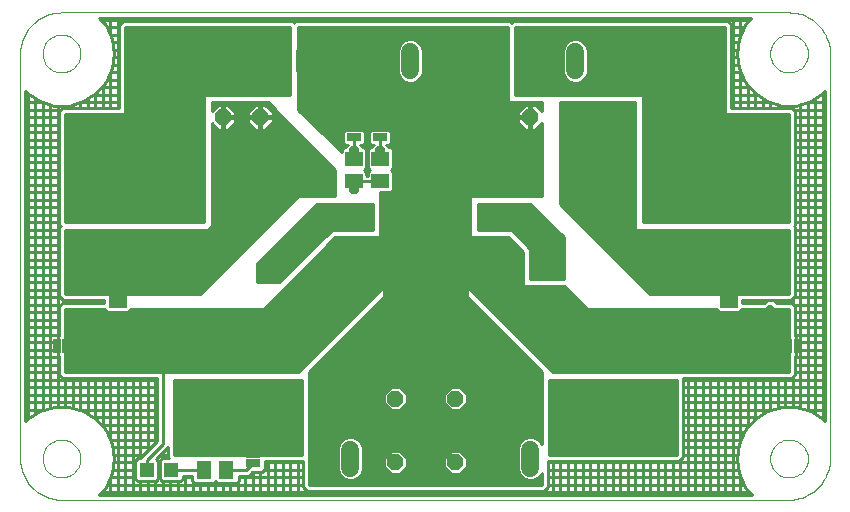
<source format=gtl>
G75*
G70*
%OFA0B0*%
%FSLAX24Y24*%
%IPPOS*%
%LPD*%
%AMOC8*
5,1,8,0,0,1.08239X$1,22.5*
%
%ADD10C,0.0000*%
%ADD11OC8,0.0520*%
%ADD12R,0.0591X0.0512*%
%ADD13R,0.0500X0.0250*%
%ADD14OC8,0.0400*%
%ADD15C,0.0515*%
%ADD16R,0.0630X0.1575*%
%ADD17C,0.0600*%
%ADD18R,0.0250X0.0500*%
%ADD19R,0.0512X0.0591*%
%ADD20R,0.0472X0.0472*%
%ADD21C,0.0100*%
%ADD22OC8,0.0357*%
%ADD23OC8,0.0278*%
D10*
X002775Y004125D02*
X027017Y004125D01*
X027089Y004127D01*
X027161Y004133D01*
X027232Y004142D01*
X027303Y004155D01*
X027373Y004172D01*
X027442Y004192D01*
X027510Y004216D01*
X027576Y004244D01*
X027641Y004275D01*
X027705Y004309D01*
X027766Y004347D01*
X027825Y004388D01*
X027882Y004431D01*
X027937Y004478D01*
X027989Y004528D01*
X028039Y004580D01*
X028086Y004635D01*
X028129Y004692D01*
X028170Y004751D01*
X028208Y004813D01*
X028242Y004876D01*
X028273Y004941D01*
X028301Y005007D01*
X028325Y005075D01*
X028345Y005144D01*
X028362Y005214D01*
X028375Y005285D01*
X028384Y005356D01*
X028390Y005428D01*
X028392Y005500D01*
X028392Y018995D01*
X026395Y019000D02*
X026397Y019050D01*
X026403Y019100D01*
X026413Y019149D01*
X026427Y019197D01*
X026444Y019244D01*
X026465Y019289D01*
X026490Y019333D01*
X026518Y019374D01*
X026550Y019413D01*
X026584Y019450D01*
X026621Y019484D01*
X026661Y019514D01*
X026703Y019541D01*
X026747Y019565D01*
X026793Y019586D01*
X026840Y019602D01*
X026888Y019615D01*
X026938Y019624D01*
X026987Y019629D01*
X027038Y019630D01*
X027088Y019627D01*
X027137Y019620D01*
X027186Y019609D01*
X027234Y019594D01*
X027280Y019576D01*
X027325Y019554D01*
X027368Y019528D01*
X027409Y019499D01*
X027448Y019467D01*
X027484Y019432D01*
X027516Y019394D01*
X027546Y019354D01*
X027573Y019311D01*
X027596Y019267D01*
X027615Y019221D01*
X027631Y019173D01*
X027643Y019124D01*
X027651Y019075D01*
X027655Y019025D01*
X027655Y018975D01*
X027651Y018925D01*
X027643Y018876D01*
X027631Y018827D01*
X027615Y018779D01*
X027596Y018733D01*
X027573Y018689D01*
X027546Y018646D01*
X027516Y018606D01*
X027484Y018568D01*
X027448Y018533D01*
X027409Y018501D01*
X027368Y018472D01*
X027325Y018446D01*
X027280Y018424D01*
X027234Y018406D01*
X027186Y018391D01*
X027137Y018380D01*
X027088Y018373D01*
X027038Y018370D01*
X026987Y018371D01*
X026938Y018376D01*
X026888Y018385D01*
X026840Y018398D01*
X026793Y018414D01*
X026747Y018435D01*
X026703Y018459D01*
X026661Y018486D01*
X026621Y018516D01*
X026584Y018550D01*
X026550Y018587D01*
X026518Y018626D01*
X026490Y018667D01*
X026465Y018711D01*
X026444Y018756D01*
X026427Y018803D01*
X026413Y018851D01*
X026403Y018900D01*
X026397Y018950D01*
X026395Y019000D01*
X027017Y020370D02*
X027089Y020368D01*
X027161Y020362D01*
X027232Y020353D01*
X027303Y020340D01*
X027373Y020323D01*
X027442Y020303D01*
X027510Y020279D01*
X027576Y020251D01*
X027641Y020220D01*
X027705Y020186D01*
X027766Y020148D01*
X027825Y020107D01*
X027882Y020064D01*
X027937Y020017D01*
X027989Y019967D01*
X028039Y019915D01*
X028086Y019860D01*
X028129Y019803D01*
X028170Y019744D01*
X028208Y019683D01*
X028242Y019619D01*
X028273Y019554D01*
X028301Y019488D01*
X028325Y019420D01*
X028345Y019351D01*
X028362Y019281D01*
X028375Y019210D01*
X028384Y019139D01*
X028390Y019067D01*
X028392Y018995D01*
X027017Y020370D02*
X002775Y020370D01*
X002145Y019000D02*
X002147Y019050D01*
X002153Y019100D01*
X002163Y019149D01*
X002177Y019197D01*
X002194Y019244D01*
X002215Y019289D01*
X002240Y019333D01*
X002268Y019374D01*
X002300Y019413D01*
X002334Y019450D01*
X002371Y019484D01*
X002411Y019514D01*
X002453Y019541D01*
X002497Y019565D01*
X002543Y019586D01*
X002590Y019602D01*
X002638Y019615D01*
X002688Y019624D01*
X002737Y019629D01*
X002788Y019630D01*
X002838Y019627D01*
X002887Y019620D01*
X002936Y019609D01*
X002984Y019594D01*
X003030Y019576D01*
X003075Y019554D01*
X003118Y019528D01*
X003159Y019499D01*
X003198Y019467D01*
X003234Y019432D01*
X003266Y019394D01*
X003296Y019354D01*
X003323Y019311D01*
X003346Y019267D01*
X003365Y019221D01*
X003381Y019173D01*
X003393Y019124D01*
X003401Y019075D01*
X003405Y019025D01*
X003405Y018975D01*
X003401Y018925D01*
X003393Y018876D01*
X003381Y018827D01*
X003365Y018779D01*
X003346Y018733D01*
X003323Y018689D01*
X003296Y018646D01*
X003266Y018606D01*
X003234Y018568D01*
X003198Y018533D01*
X003159Y018501D01*
X003118Y018472D01*
X003075Y018446D01*
X003030Y018424D01*
X002984Y018406D01*
X002936Y018391D01*
X002887Y018380D01*
X002838Y018373D01*
X002788Y018370D01*
X002737Y018371D01*
X002688Y018376D01*
X002638Y018385D01*
X002590Y018398D01*
X002543Y018414D01*
X002497Y018435D01*
X002453Y018459D01*
X002411Y018486D01*
X002371Y018516D01*
X002334Y018550D01*
X002300Y018587D01*
X002268Y018626D01*
X002240Y018667D01*
X002215Y018711D01*
X002194Y018756D01*
X002177Y018803D01*
X002163Y018851D01*
X002153Y018900D01*
X002147Y018950D01*
X002145Y019000D01*
X001400Y018995D02*
X001402Y019067D01*
X001408Y019139D01*
X001417Y019210D01*
X001430Y019281D01*
X001447Y019351D01*
X001467Y019420D01*
X001491Y019488D01*
X001519Y019554D01*
X001550Y019619D01*
X001584Y019683D01*
X001622Y019744D01*
X001663Y019803D01*
X001706Y019860D01*
X001753Y019915D01*
X001803Y019967D01*
X001855Y020017D01*
X001910Y020064D01*
X001967Y020107D01*
X002026Y020148D01*
X002087Y020186D01*
X002151Y020220D01*
X002216Y020251D01*
X002282Y020279D01*
X002350Y020303D01*
X002419Y020323D01*
X002489Y020340D01*
X002560Y020353D01*
X002631Y020362D01*
X002703Y020368D01*
X002775Y020370D01*
X001400Y018995D02*
X001400Y005500D01*
X002145Y005500D02*
X002147Y005550D01*
X002153Y005600D01*
X002163Y005649D01*
X002177Y005697D01*
X002194Y005744D01*
X002215Y005789D01*
X002240Y005833D01*
X002268Y005874D01*
X002300Y005913D01*
X002334Y005950D01*
X002371Y005984D01*
X002411Y006014D01*
X002453Y006041D01*
X002497Y006065D01*
X002543Y006086D01*
X002590Y006102D01*
X002638Y006115D01*
X002688Y006124D01*
X002737Y006129D01*
X002788Y006130D01*
X002838Y006127D01*
X002887Y006120D01*
X002936Y006109D01*
X002984Y006094D01*
X003030Y006076D01*
X003075Y006054D01*
X003118Y006028D01*
X003159Y005999D01*
X003198Y005967D01*
X003234Y005932D01*
X003266Y005894D01*
X003296Y005854D01*
X003323Y005811D01*
X003346Y005767D01*
X003365Y005721D01*
X003381Y005673D01*
X003393Y005624D01*
X003401Y005575D01*
X003405Y005525D01*
X003405Y005475D01*
X003401Y005425D01*
X003393Y005376D01*
X003381Y005327D01*
X003365Y005279D01*
X003346Y005233D01*
X003323Y005189D01*
X003296Y005146D01*
X003266Y005106D01*
X003234Y005068D01*
X003198Y005033D01*
X003159Y005001D01*
X003118Y004972D01*
X003075Y004946D01*
X003030Y004924D01*
X002984Y004906D01*
X002936Y004891D01*
X002887Y004880D01*
X002838Y004873D01*
X002788Y004870D01*
X002737Y004871D01*
X002688Y004876D01*
X002638Y004885D01*
X002590Y004898D01*
X002543Y004914D01*
X002497Y004935D01*
X002453Y004959D01*
X002411Y004986D01*
X002371Y005016D01*
X002334Y005050D01*
X002300Y005087D01*
X002268Y005126D01*
X002240Y005167D01*
X002215Y005211D01*
X002194Y005256D01*
X002177Y005303D01*
X002163Y005351D01*
X002153Y005400D01*
X002147Y005450D01*
X002145Y005500D01*
X001400Y005500D02*
X001402Y005428D01*
X001408Y005356D01*
X001417Y005285D01*
X001430Y005214D01*
X001447Y005144D01*
X001467Y005075D01*
X001491Y005007D01*
X001519Y004941D01*
X001550Y004876D01*
X001584Y004813D01*
X001622Y004751D01*
X001663Y004692D01*
X001706Y004635D01*
X001753Y004580D01*
X001803Y004528D01*
X001855Y004478D01*
X001910Y004431D01*
X001967Y004388D01*
X002026Y004347D01*
X002087Y004309D01*
X002151Y004275D01*
X002216Y004244D01*
X002282Y004216D01*
X002350Y004192D01*
X002419Y004172D01*
X002489Y004155D01*
X002560Y004142D01*
X002631Y004133D01*
X002703Y004127D01*
X002775Y004125D01*
X026395Y005500D02*
X026397Y005550D01*
X026403Y005600D01*
X026413Y005649D01*
X026427Y005697D01*
X026444Y005744D01*
X026465Y005789D01*
X026490Y005833D01*
X026518Y005874D01*
X026550Y005913D01*
X026584Y005950D01*
X026621Y005984D01*
X026661Y006014D01*
X026703Y006041D01*
X026747Y006065D01*
X026793Y006086D01*
X026840Y006102D01*
X026888Y006115D01*
X026938Y006124D01*
X026987Y006129D01*
X027038Y006130D01*
X027088Y006127D01*
X027137Y006120D01*
X027186Y006109D01*
X027234Y006094D01*
X027280Y006076D01*
X027325Y006054D01*
X027368Y006028D01*
X027409Y005999D01*
X027448Y005967D01*
X027484Y005932D01*
X027516Y005894D01*
X027546Y005854D01*
X027573Y005811D01*
X027596Y005767D01*
X027615Y005721D01*
X027631Y005673D01*
X027643Y005624D01*
X027651Y005575D01*
X027655Y005525D01*
X027655Y005475D01*
X027651Y005425D01*
X027643Y005376D01*
X027631Y005327D01*
X027615Y005279D01*
X027596Y005233D01*
X027573Y005189D01*
X027546Y005146D01*
X027516Y005106D01*
X027484Y005068D01*
X027448Y005033D01*
X027409Y005001D01*
X027368Y004972D01*
X027325Y004946D01*
X027280Y004924D01*
X027234Y004906D01*
X027186Y004891D01*
X027137Y004880D01*
X027088Y004873D01*
X027038Y004870D01*
X026987Y004871D01*
X026938Y004876D01*
X026888Y004885D01*
X026840Y004898D01*
X026793Y004914D01*
X026747Y004935D01*
X026703Y004959D01*
X026661Y004986D01*
X026621Y005016D01*
X026584Y005050D01*
X026550Y005087D01*
X026518Y005126D01*
X026490Y005167D01*
X026465Y005211D01*
X026444Y005256D01*
X026427Y005303D01*
X026413Y005351D01*
X026403Y005400D01*
X026397Y005450D01*
X026395Y005500D01*
D11*
X015900Y005375D03*
X013900Y005375D03*
X013900Y007500D03*
X015900Y007500D03*
X018400Y016875D03*
X020400Y016875D03*
X021525Y016875D03*
X023525Y016875D03*
X011400Y016875D03*
X009400Y016875D03*
X008150Y016875D03*
X006150Y016875D03*
D12*
X012525Y015499D03*
X012525Y014751D03*
X013400Y014751D03*
X013400Y015499D03*
X004650Y010749D03*
X004650Y010001D03*
X025025Y010001D03*
X025025Y010749D03*
D13*
X013400Y016213D03*
X013400Y016537D03*
X012525Y016537D03*
X012525Y016213D03*
X009150Y005662D03*
X009150Y005338D03*
D14*
X014156Y011363D03*
X014668Y011375D03*
X015180Y011387D03*
X015680Y011363D03*
X015680Y011875D03*
X015168Y011863D03*
X014668Y011887D03*
X014156Y011875D03*
D15*
X011069Y014503D03*
X009691Y011747D03*
X018691Y011747D03*
X020069Y014503D03*
D16*
X022900Y014523D03*
X022900Y011727D03*
X022900Y009523D03*
X019400Y009523D03*
X019400Y006727D03*
X022900Y006727D03*
X026400Y011727D03*
X026400Y014523D03*
X010400Y009523D03*
X010400Y006727D03*
X006900Y006727D03*
X006900Y009523D03*
X006900Y011727D03*
X006900Y014523D03*
X003400Y014523D03*
X003400Y011727D03*
D17*
X011400Y005800D02*
X011400Y005200D01*
X012400Y005200D02*
X012400Y005800D01*
X017400Y005800D02*
X017400Y005200D01*
X018400Y005200D02*
X018400Y005800D01*
X018900Y018450D02*
X018900Y019050D01*
X019900Y019050D02*
X019900Y018450D01*
X015400Y018450D02*
X015400Y019050D01*
X014400Y019050D02*
X014400Y018450D01*
X010900Y018450D02*
X010900Y019050D01*
X009900Y019050D02*
X009900Y018450D01*
D18*
X002937Y009250D03*
X002613Y009250D03*
X026988Y009250D03*
X027312Y009250D03*
D19*
X008274Y005125D03*
X007526Y005125D03*
D20*
X006438Y005125D03*
X005612Y005125D03*
D21*
X005612Y005462D01*
X006150Y006000D01*
X006150Y008750D01*
X005950Y008175D02*
X005950Y006083D01*
X005412Y005544D01*
X005412Y005511D01*
X005313Y005511D01*
X005225Y005423D01*
X005225Y004827D01*
X005313Y004739D01*
X005910Y004739D01*
X005998Y004827D01*
X005998Y005423D01*
X005927Y005494D01*
X006233Y005800D01*
X006325Y005892D01*
X006325Y005542D01*
X006356Y005511D01*
X006140Y005511D01*
X006052Y005423D01*
X006052Y004827D01*
X006140Y004739D01*
X006737Y004739D01*
X006825Y004827D01*
X006825Y004925D01*
X007120Y004925D01*
X007120Y004768D01*
X007208Y004680D01*
X007844Y004680D01*
X007900Y004736D01*
X007900Y004295D01*
X008150Y004295D02*
X008150Y004680D01*
X007956Y004680D02*
X008592Y004680D01*
X008680Y004768D01*
X008680Y004925D01*
X009020Y004925D01*
X009137Y005042D01*
X009137Y005042D01*
X009158Y005063D01*
X009462Y005063D01*
X009550Y005151D01*
X009550Y005425D01*
X010825Y005425D01*
X010825Y004542D01*
X010942Y004425D01*
X018858Y004425D01*
X018975Y004542D01*
X018975Y005425D01*
X023358Y005425D01*
X023475Y005542D01*
X023475Y008175D01*
X027108Y008175D01*
X027225Y008292D01*
X027225Y008900D01*
X027263Y008938D01*
X027263Y009562D01*
X027225Y009600D01*
X027225Y010583D01*
X027108Y010700D01*
X026609Y010700D01*
X026520Y010789D01*
X026280Y010789D01*
X026191Y010700D01*
X025470Y010700D01*
X025470Y010800D01*
X026013Y010800D01*
X026023Y010790D01*
X026777Y010790D01*
X026787Y010800D01*
X027108Y010800D01*
X027225Y010917D01*
X027225Y013208D01*
X027183Y013250D01*
X027225Y013292D01*
X027225Y017083D01*
X027108Y017200D01*
X025100Y017200D01*
X025100Y019958D01*
X024983Y020075D01*
X017817Y020075D01*
X017775Y020033D01*
X017733Y020075D01*
X010567Y020075D01*
X010525Y020033D01*
X010483Y020075D01*
X004817Y020075D01*
X004700Y019958D01*
X004700Y017200D01*
X002817Y017200D01*
X002700Y017083D01*
X002700Y013292D01*
X002742Y013250D01*
X002700Y013208D01*
X002700Y010917D01*
X002817Y010800D01*
X003013Y010800D01*
X003023Y010790D01*
X003777Y010790D01*
X003787Y010800D01*
X004205Y010800D01*
X004205Y010700D01*
X002817Y010700D01*
X002700Y010583D01*
X002700Y009600D01*
X002662Y009562D01*
X002662Y008938D01*
X002700Y008900D01*
X002700Y008292D01*
X002817Y008175D01*
X005950Y008175D01*
X005900Y008175D02*
X005900Y006033D01*
X005950Y006125D02*
X004394Y006125D01*
X004400Y006112D02*
X004400Y008175D01*
X004150Y008175D02*
X004150Y006558D01*
X004092Y006625D02*
X005950Y006625D01*
X005950Y006375D02*
X004280Y006375D01*
X004247Y006446D02*
X004247Y006446D01*
X004454Y005993D01*
X004454Y005993D01*
X004525Y005500D01*
X004454Y005007D01*
X004454Y005007D01*
X004247Y004554D01*
X004247Y004554D01*
X004023Y004295D01*
X025777Y004295D01*
X025553Y004554D01*
X025553Y004554D01*
X025346Y005007D01*
X025346Y005007D01*
X025275Y005500D01*
X025275Y005500D01*
X025346Y005993D01*
X025346Y005993D01*
X025553Y006446D01*
X025553Y006446D01*
X025879Y006823D01*
X025879Y006823D01*
X025879Y006823D01*
X026298Y007092D01*
X026298Y007092D01*
X026776Y007232D01*
X027274Y007232D01*
X027752Y007092D01*
X027752Y007092D01*
X028171Y006823D01*
X028171Y006823D01*
X028222Y006764D01*
X028222Y017736D01*
X028171Y017677D01*
X028171Y017677D01*
X027752Y017408D01*
X027752Y017408D01*
X027274Y017268D01*
X026776Y017268D01*
X026298Y017408D01*
X026298Y017408D01*
X025879Y017677D01*
X025879Y017677D01*
X025553Y018054D01*
X025553Y018054D01*
X025346Y018507D01*
X025346Y018507D01*
X025275Y019000D01*
X025275Y019000D01*
X025346Y019493D01*
X025346Y019493D01*
X025553Y019946D01*
X025553Y019946D01*
X025773Y020200D01*
X004027Y020200D01*
X004247Y019946D01*
X004247Y019946D01*
X004454Y019493D01*
X004454Y019493D01*
X004525Y019000D01*
X004454Y018507D01*
X004454Y018507D01*
X004247Y018054D01*
X004247Y018054D01*
X003921Y017677D01*
X003921Y017677D01*
X003921Y017677D01*
X003502Y017408D01*
X003502Y017408D01*
X003024Y017268D01*
X002526Y017268D01*
X002048Y017408D01*
X002048Y017408D01*
X001629Y017677D01*
X001629Y017677D01*
X001570Y017746D01*
X001570Y006754D01*
X001629Y006823D01*
X001629Y006823D01*
X001629Y006823D01*
X002048Y007092D01*
X002048Y007092D01*
X002526Y007232D01*
X003024Y007232D01*
X003502Y007092D01*
X003502Y007092D01*
X003921Y006823D01*
X003921Y006823D01*
X004247Y006446D01*
X003900Y006836D02*
X003900Y008175D01*
X003650Y008175D02*
X003650Y006997D01*
X003839Y006875D02*
X005950Y006875D01*
X005950Y007125D02*
X003389Y007125D01*
X003400Y007122D02*
X003400Y008175D01*
X003150Y008175D02*
X003150Y007195D01*
X002900Y007232D02*
X002900Y008175D01*
X002900Y008375D02*
X010650Y008375D01*
X013650Y011375D01*
X013650Y012875D01*
X011900Y012875D01*
X009525Y010500D01*
X005065Y010500D01*
X005065Y010443D01*
X004995Y010373D01*
X004305Y010373D01*
X004235Y010443D01*
X004235Y010500D01*
X002900Y010500D01*
X002900Y008375D01*
X002900Y008459D02*
X010734Y008459D01*
X010833Y008558D02*
X002900Y008558D01*
X002900Y008656D02*
X010931Y008656D01*
X011030Y008755D02*
X002900Y008755D01*
X002900Y008853D02*
X011128Y008853D01*
X011227Y008952D02*
X002900Y008952D01*
X002900Y009050D02*
X011325Y009050D01*
X011424Y009149D02*
X002900Y009149D01*
X002900Y009247D02*
X011522Y009247D01*
X011621Y009346D02*
X002900Y009346D01*
X002900Y009444D02*
X011719Y009444D01*
X011818Y009543D02*
X002900Y009543D01*
X002900Y009641D02*
X011916Y009641D01*
X012015Y009740D02*
X002900Y009740D01*
X002900Y009838D02*
X012113Y009838D01*
X012212Y009937D02*
X002900Y009937D01*
X002900Y010035D02*
X012310Y010035D01*
X012409Y010134D02*
X002900Y010134D01*
X002900Y010232D02*
X012507Y010232D01*
X012606Y010331D02*
X002900Y010331D01*
X002900Y010429D02*
X004249Y010429D01*
X004150Y010700D02*
X004150Y010800D01*
X003900Y010800D02*
X003900Y010700D01*
X003650Y010700D02*
X003650Y010790D01*
X003400Y010790D02*
X003400Y010700D01*
X003150Y010700D02*
X003150Y010790D01*
X002900Y010800D02*
X002900Y010700D01*
X002742Y010625D02*
X001570Y010625D01*
X001570Y010375D02*
X002700Y010375D01*
X002700Y010125D02*
X001570Y010125D01*
X001570Y009875D02*
X002700Y009875D01*
X002700Y009625D02*
X001570Y009625D01*
X001570Y009375D02*
X002662Y009375D01*
X002662Y009125D02*
X001570Y009125D01*
X001570Y008875D02*
X002700Y008875D01*
X002700Y008625D02*
X001570Y008625D01*
X001570Y008375D02*
X002700Y008375D01*
X001570Y008125D02*
X005950Y008125D01*
X005950Y007875D02*
X001570Y007875D01*
X001570Y007625D02*
X005950Y007625D01*
X005950Y007375D02*
X001570Y007375D01*
X001570Y007125D02*
X002161Y007125D01*
X002150Y007122D02*
X002150Y017378D01*
X002161Y017375D02*
X001570Y017375D01*
X001570Y017125D02*
X002742Y017125D01*
X002650Y017268D02*
X002650Y007232D01*
X002400Y007195D02*
X002400Y017305D01*
X001900Y017503D02*
X001900Y006997D01*
X001711Y006875D02*
X001570Y006875D01*
X001650Y006836D02*
X001650Y017664D01*
X001711Y017625D02*
X001570Y017625D01*
X001570Y016875D02*
X002700Y016875D01*
X002900Y016832D02*
X007525Y016832D01*
X007525Y016930D02*
X002900Y016930D01*
X002900Y017000D02*
X004900Y017000D01*
X004900Y019875D01*
X010400Y019875D01*
X010400Y017625D01*
X007525Y017625D01*
X007525Y013375D01*
X002900Y013375D01*
X002900Y017000D01*
X002900Y017200D02*
X002900Y017268D01*
X003150Y017305D02*
X003150Y017200D01*
X003400Y017200D02*
X003400Y017378D01*
X003389Y017375D02*
X004700Y017375D01*
X004650Y017200D02*
X004650Y020200D01*
X004900Y020200D02*
X004900Y020075D01*
X005150Y020075D02*
X005150Y020200D01*
X005400Y020200D02*
X005400Y020075D01*
X005650Y020075D02*
X005650Y020200D01*
X005900Y020200D02*
X005900Y020075D01*
X006150Y020075D02*
X006150Y020200D01*
X006400Y020200D02*
X006400Y020075D01*
X006650Y020075D02*
X006650Y020200D01*
X006900Y020200D02*
X006900Y020075D01*
X007150Y020075D02*
X007150Y020200D01*
X007400Y020200D02*
X007400Y020075D01*
X007650Y020075D02*
X007650Y020200D01*
X007900Y020200D02*
X007900Y020075D01*
X008150Y020075D02*
X008150Y020200D01*
X008400Y020200D02*
X008400Y020075D01*
X008650Y020075D02*
X008650Y020200D01*
X008900Y020200D02*
X008900Y020075D01*
X009150Y020075D02*
X009150Y020200D01*
X009400Y020200D02*
X009400Y020075D01*
X009650Y020075D02*
X009650Y020200D01*
X009900Y020200D02*
X009900Y020075D01*
X010150Y020075D02*
X010150Y020200D01*
X010400Y020200D02*
X010400Y020075D01*
X010650Y020075D02*
X010650Y020200D01*
X010900Y020200D02*
X010900Y020075D01*
X011150Y020075D02*
X011150Y020200D01*
X011400Y020200D02*
X011400Y020075D01*
X011650Y020075D02*
X011650Y020200D01*
X011900Y020200D02*
X011900Y020075D01*
X012150Y020075D02*
X012150Y020200D01*
X012400Y020200D02*
X012400Y020075D01*
X012650Y020075D02*
X012650Y020200D01*
X012900Y020200D02*
X012900Y020075D01*
X013150Y020075D02*
X013150Y020200D01*
X013400Y020200D02*
X013400Y020075D01*
X013650Y020075D02*
X013650Y020200D01*
X013900Y020200D02*
X013900Y020075D01*
X014150Y020075D02*
X014150Y020200D01*
X014400Y020200D02*
X014400Y020075D01*
X014650Y020075D02*
X014650Y020200D01*
X014900Y020200D02*
X014900Y020075D01*
X015150Y020075D02*
X015150Y020200D01*
X015400Y020200D02*
X015400Y020075D01*
X015650Y020075D02*
X015650Y020200D01*
X015900Y020200D02*
X015900Y020075D01*
X016150Y020075D02*
X016150Y020200D01*
X016400Y020200D02*
X016400Y020075D01*
X016650Y020075D02*
X016650Y020200D01*
X016900Y020200D02*
X016900Y020075D01*
X017150Y020075D02*
X017150Y020200D01*
X017400Y020200D02*
X017400Y020075D01*
X017650Y020075D02*
X017650Y020200D01*
X017900Y020200D02*
X017900Y020075D01*
X017900Y019875D02*
X024900Y019875D01*
X024900Y017000D01*
X027025Y017000D01*
X027025Y013375D01*
X022150Y013375D01*
X022150Y017625D01*
X017900Y017625D01*
X017900Y019875D01*
X017900Y019787D02*
X024900Y019787D01*
X024900Y019688D02*
X017900Y019688D01*
X017900Y019590D02*
X024900Y019590D01*
X024900Y019491D02*
X017900Y019491D01*
X017900Y019393D02*
X019649Y019393D01*
X019662Y019406D02*
X019544Y019288D01*
X019480Y019134D01*
X019480Y018366D01*
X019544Y018212D01*
X019662Y018094D01*
X019816Y018030D01*
X019984Y018030D01*
X020138Y018094D01*
X020256Y018212D01*
X020320Y018366D01*
X020320Y019134D01*
X020256Y019288D01*
X020138Y019406D01*
X019984Y019470D01*
X019816Y019470D01*
X019662Y019406D01*
X019550Y019294D02*
X017900Y019294D01*
X017900Y019196D02*
X019506Y019196D01*
X019480Y019097D02*
X017900Y019097D01*
X017900Y018999D02*
X019480Y018999D01*
X019480Y018900D02*
X017900Y018900D01*
X017900Y018802D02*
X019480Y018802D01*
X019480Y018703D02*
X017900Y018703D01*
X017900Y018605D02*
X019480Y018605D01*
X019480Y018506D02*
X017900Y018506D01*
X017900Y018408D02*
X019480Y018408D01*
X019504Y018309D02*
X017900Y018309D01*
X017900Y018211D02*
X019545Y018211D01*
X019644Y018112D02*
X017900Y018112D01*
X017900Y018014D02*
X024900Y018014D01*
X024900Y018112D02*
X020156Y018112D01*
X020255Y018211D02*
X024900Y018211D01*
X024900Y018309D02*
X020296Y018309D01*
X020320Y018408D02*
X024900Y018408D01*
X024900Y018506D02*
X020320Y018506D01*
X020320Y018605D02*
X024900Y018605D01*
X024900Y018703D02*
X020320Y018703D01*
X020320Y018802D02*
X024900Y018802D01*
X024900Y018900D02*
X020320Y018900D01*
X020320Y018999D02*
X024900Y018999D01*
X024900Y019097D02*
X020320Y019097D01*
X020294Y019196D02*
X024900Y019196D01*
X024900Y019294D02*
X020250Y019294D01*
X020151Y019393D02*
X024900Y019393D01*
X025100Y019375D02*
X025329Y019375D01*
X025400Y019612D02*
X025400Y020200D01*
X025150Y020200D02*
X025150Y017200D01*
X025100Y017375D02*
X026411Y017375D01*
X026400Y017378D02*
X026400Y017200D01*
X026650Y017200D02*
X026650Y017305D01*
X026900Y017268D02*
X026900Y017200D01*
X027150Y017158D02*
X027150Y017268D01*
X027183Y017125D02*
X028222Y017125D01*
X028222Y016875D02*
X027225Y016875D01*
X027025Y016832D02*
X022150Y016832D01*
X022150Y016930D02*
X027025Y016930D01*
X027025Y016733D02*
X022150Y016733D01*
X022150Y016635D02*
X027025Y016635D01*
X027025Y016536D02*
X022150Y016536D01*
X022150Y016438D02*
X027025Y016438D01*
X027025Y016339D02*
X022150Y016339D01*
X022150Y016241D02*
X027025Y016241D01*
X027025Y016142D02*
X022150Y016142D01*
X022150Y016044D02*
X027025Y016044D01*
X027025Y015945D02*
X022150Y015945D01*
X022150Y015847D02*
X027025Y015847D01*
X027025Y015748D02*
X022150Y015748D01*
X022150Y015650D02*
X027025Y015650D01*
X027025Y015551D02*
X022150Y015551D01*
X022150Y015453D02*
X027025Y015453D01*
X027025Y015354D02*
X022150Y015354D01*
X022150Y015256D02*
X027025Y015256D01*
X027025Y015157D02*
X022150Y015157D01*
X022150Y015059D02*
X027025Y015059D01*
X027025Y014960D02*
X022150Y014960D01*
X022150Y014862D02*
X027025Y014862D01*
X027025Y014763D02*
X022150Y014763D01*
X022150Y014665D02*
X027025Y014665D01*
X027025Y014566D02*
X022150Y014566D01*
X022150Y014468D02*
X027025Y014468D01*
X027025Y014369D02*
X022150Y014369D01*
X022150Y014271D02*
X027025Y014271D01*
X027025Y014172D02*
X022150Y014172D01*
X022150Y014074D02*
X027025Y014074D01*
X027025Y013975D02*
X022150Y013975D01*
X022150Y013877D02*
X027025Y013877D01*
X027025Y013778D02*
X022150Y013778D01*
X022150Y013680D02*
X027025Y013680D01*
X027025Y013581D02*
X022150Y013581D01*
X022150Y013483D02*
X027025Y013483D01*
X027025Y013384D02*
X022150Y013384D01*
X021900Y013384D02*
X020016Y013384D01*
X020114Y013286D02*
X021900Y013286D01*
X021900Y013187D02*
X020213Y013187D01*
X020311Y013089D02*
X027025Y013089D01*
X027025Y013125D02*
X027025Y011000D01*
X022400Y011000D01*
X019400Y014000D01*
X019400Y017375D01*
X021900Y017375D01*
X021900Y013125D01*
X027025Y013125D01*
X027025Y012990D02*
X020410Y012990D01*
X020508Y012892D02*
X027025Y012892D01*
X027025Y012793D02*
X020607Y012793D01*
X020705Y012695D02*
X027025Y012695D01*
X027025Y012596D02*
X020804Y012596D01*
X020902Y012498D02*
X027025Y012498D01*
X027025Y012399D02*
X021001Y012399D01*
X021099Y012301D02*
X027025Y012301D01*
X027025Y012202D02*
X021198Y012202D01*
X021296Y012104D02*
X027025Y012104D01*
X027025Y012005D02*
X021395Y012005D01*
X021493Y011907D02*
X027025Y011907D01*
X027025Y011808D02*
X021592Y011808D01*
X021690Y011710D02*
X027025Y011710D01*
X027025Y011611D02*
X021789Y011611D01*
X021887Y011513D02*
X027025Y011513D01*
X027025Y011414D02*
X021986Y011414D01*
X022084Y011316D02*
X027025Y011316D01*
X027025Y011217D02*
X022183Y011217D01*
X022281Y011119D02*
X027025Y011119D01*
X027025Y011020D02*
X022380Y011020D01*
X020275Y010500D02*
X024610Y010500D01*
X024610Y010443D01*
X024680Y010373D01*
X025370Y010373D01*
X025440Y010443D01*
X025440Y010500D01*
X027025Y010500D01*
X027025Y008375D01*
X019150Y008375D01*
X016150Y011375D01*
X016150Y012875D01*
X017650Y012875D01*
X018150Y012375D01*
X018150Y011250D01*
X019525Y011250D01*
X020275Y010500D01*
X020247Y010528D02*
X016997Y010528D01*
X016899Y010626D02*
X020149Y010626D01*
X020050Y010725D02*
X016800Y010725D01*
X016702Y010823D02*
X019952Y010823D01*
X019853Y010922D02*
X016603Y010922D01*
X016505Y011020D02*
X019755Y011020D01*
X019656Y011119D02*
X016406Y011119D01*
X016275Y011119D02*
X013525Y011119D01*
X013525Y011217D02*
X016275Y011217D01*
X016308Y011217D02*
X019558Y011217D01*
X019525Y011500D02*
X018400Y011500D01*
X018400Y012500D01*
X017775Y013125D01*
X016650Y013125D01*
X016650Y014000D01*
X018400Y014000D01*
X019525Y012875D01*
X019525Y011500D01*
X019525Y011513D02*
X018400Y011513D01*
X018400Y011611D02*
X019525Y011611D01*
X019525Y011710D02*
X018400Y011710D01*
X018400Y011808D02*
X019525Y011808D01*
X019525Y011907D02*
X018400Y011907D01*
X018400Y012005D02*
X019525Y012005D01*
X019525Y012104D02*
X018400Y012104D01*
X018400Y012202D02*
X019525Y012202D01*
X019525Y012301D02*
X018400Y012301D01*
X018400Y012399D02*
X019525Y012399D01*
X019525Y012498D02*
X018400Y012498D01*
X018304Y012596D02*
X019525Y012596D01*
X019525Y012695D02*
X018205Y012695D01*
X018107Y012793D02*
X019525Y012793D01*
X019508Y012892D02*
X018008Y012892D01*
X017910Y012990D02*
X019410Y012990D01*
X019311Y013089D02*
X017811Y013089D01*
X017732Y012793D02*
X016150Y012793D01*
X016150Y012695D02*
X017830Y012695D01*
X017929Y012596D02*
X016150Y012596D01*
X016150Y012498D02*
X018027Y012498D01*
X018126Y012399D02*
X016150Y012399D01*
X016150Y012301D02*
X018150Y012301D01*
X018150Y012202D02*
X016150Y012202D01*
X016150Y012104D02*
X018150Y012104D01*
X018150Y012005D02*
X016150Y012005D01*
X016150Y011907D02*
X018150Y011907D01*
X018150Y011808D02*
X016150Y011808D01*
X016150Y011710D02*
X018150Y011710D01*
X018150Y011611D02*
X016150Y011611D01*
X016150Y011513D02*
X018150Y011513D01*
X018150Y011414D02*
X016150Y011414D01*
X016209Y011316D02*
X018150Y011316D01*
X017096Y010429D02*
X024624Y010429D01*
X025426Y010429D02*
X027025Y010429D01*
X027025Y010331D02*
X017194Y010331D01*
X017293Y010232D02*
X027025Y010232D01*
X027025Y010134D02*
X017391Y010134D01*
X017490Y010035D02*
X027025Y010035D01*
X027025Y009937D02*
X017588Y009937D01*
X017687Y009838D02*
X027025Y009838D01*
X027025Y009740D02*
X017785Y009740D01*
X017884Y009641D02*
X027025Y009641D01*
X027025Y009543D02*
X017982Y009543D01*
X018081Y009444D02*
X027025Y009444D01*
X027025Y009346D02*
X018179Y009346D01*
X018278Y009247D02*
X027025Y009247D01*
X027025Y009149D02*
X018376Y009149D01*
X018475Y009050D02*
X027025Y009050D01*
X027025Y008952D02*
X018573Y008952D01*
X018672Y008853D02*
X027025Y008853D01*
X027025Y008755D02*
X018770Y008755D01*
X018869Y008656D02*
X027025Y008656D01*
X027025Y008558D02*
X018967Y008558D01*
X019066Y008459D02*
X027025Y008459D01*
X027225Y008375D02*
X028222Y008375D01*
X028222Y008125D02*
X023475Y008125D01*
X023650Y008175D02*
X023650Y004295D01*
X023900Y004295D02*
X023900Y008175D01*
X024150Y008175D02*
X024150Y004295D01*
X024400Y004295D02*
X024400Y008175D01*
X024650Y008175D02*
X024650Y004295D01*
X024900Y004295D02*
X024900Y008175D01*
X025150Y008175D02*
X025150Y004295D01*
X025400Y004295D02*
X025400Y004888D01*
X025406Y004875D02*
X018975Y004875D01*
X018775Y004913D02*
X018707Y004913D01*
X018756Y004962D02*
X018775Y005008D01*
X018775Y004625D01*
X011025Y004625D01*
X011025Y008375D01*
X013525Y010875D01*
X013525Y012875D01*
X013400Y012875D01*
X013400Y014375D01*
X013745Y014375D01*
X013815Y014445D01*
X013815Y015057D01*
X013747Y015125D01*
X013815Y015193D01*
X013815Y015805D01*
X013745Y015875D01*
X013697Y015875D01*
X013604Y015968D01*
X013700Y015968D01*
X013770Y016038D01*
X013770Y016388D01*
X013700Y016458D01*
X013100Y016458D01*
X013030Y016388D01*
X013030Y016038D01*
X013100Y015968D01*
X013196Y015968D01*
X013103Y015875D01*
X013055Y015875D01*
X012985Y015805D01*
X012985Y015193D01*
X013053Y015125D01*
X012985Y015057D01*
X012985Y014921D01*
X012959Y014921D01*
X012940Y014939D01*
X012940Y015057D01*
X012872Y015125D01*
X012940Y015193D01*
X012940Y015805D01*
X012870Y015875D01*
X012822Y015875D01*
X012729Y015968D01*
X012825Y015968D01*
X012895Y016038D01*
X012895Y016388D01*
X012825Y016458D01*
X012225Y016458D01*
X012155Y016388D01*
X012155Y016038D01*
X012225Y015968D01*
X012321Y015968D01*
X012228Y015875D01*
X012180Y015875D01*
X012110Y015805D01*
X012110Y015732D01*
X010650Y017125D01*
X010650Y019875D01*
X017650Y019875D01*
X017650Y015500D01*
X016400Y014625D01*
X016400Y012875D01*
X016275Y012875D01*
X016275Y010875D01*
X018775Y008375D01*
X018775Y005992D01*
X018756Y006038D01*
X018638Y006156D01*
X018484Y006220D01*
X018316Y006220D01*
X018162Y006156D01*
X018044Y006038D01*
X017980Y005884D01*
X017980Y005116D01*
X018044Y004962D01*
X018162Y004844D01*
X018316Y004780D01*
X018484Y004780D01*
X018638Y004844D01*
X018756Y004962D01*
X018775Y004815D02*
X018567Y004815D01*
X018775Y004716D02*
X011025Y004716D01*
X011025Y004815D02*
X012233Y004815D01*
X012162Y004844D02*
X012316Y004780D01*
X012484Y004780D01*
X012638Y004844D01*
X012756Y004962D01*
X012820Y005116D01*
X012820Y005884D01*
X012756Y006038D01*
X012638Y006156D01*
X012484Y006220D01*
X012316Y006220D01*
X012162Y006156D01*
X012044Y006038D01*
X011980Y005884D01*
X011980Y005116D01*
X012044Y004962D01*
X012162Y004844D01*
X012093Y004913D02*
X011025Y004913D01*
X011025Y005012D02*
X012023Y005012D01*
X011983Y005110D02*
X011025Y005110D01*
X011025Y005209D02*
X011980Y005209D01*
X011980Y005307D02*
X011025Y005307D01*
X011025Y005406D02*
X011980Y005406D01*
X011980Y005504D02*
X011025Y005504D01*
X011025Y005603D02*
X011980Y005603D01*
X011980Y005701D02*
X011025Y005701D01*
X011025Y005800D02*
X011980Y005800D01*
X011986Y005898D02*
X011025Y005898D01*
X011025Y005997D02*
X012027Y005997D01*
X012101Y006095D02*
X011025Y006095D01*
X011025Y006194D02*
X012252Y006194D01*
X012548Y006194D02*
X018252Y006194D01*
X018101Y006095D02*
X012699Y006095D01*
X012773Y005997D02*
X018027Y005997D01*
X017986Y005898D02*
X012814Y005898D01*
X012820Y005800D02*
X017980Y005800D01*
X017980Y005701D02*
X016111Y005701D01*
X016057Y005755D02*
X016280Y005532D01*
X016280Y005218D01*
X016057Y004995D01*
X015743Y004995D01*
X015520Y005218D01*
X015520Y005532D01*
X015743Y005755D01*
X016057Y005755D01*
X016210Y005603D02*
X017980Y005603D01*
X017980Y005504D02*
X016280Y005504D01*
X016280Y005406D02*
X017980Y005406D01*
X017980Y005307D02*
X016280Y005307D01*
X016271Y005209D02*
X017980Y005209D01*
X017983Y005110D02*
X016172Y005110D01*
X016074Y005012D02*
X018023Y005012D01*
X018093Y004913D02*
X012707Y004913D01*
X012777Y005012D02*
X013726Y005012D01*
X013743Y004995D02*
X014057Y004995D01*
X014280Y005218D01*
X014280Y005532D01*
X014057Y005755D01*
X013743Y005755D01*
X013520Y005532D01*
X013520Y005218D01*
X013743Y004995D01*
X013628Y005110D02*
X012817Y005110D01*
X012820Y005209D02*
X013529Y005209D01*
X013520Y005307D02*
X012820Y005307D01*
X012820Y005406D02*
X013520Y005406D01*
X013520Y005504D02*
X012820Y005504D01*
X012820Y005603D02*
X013590Y005603D01*
X013689Y005701D02*
X012820Y005701D01*
X012567Y004815D02*
X018233Y004815D01*
X018150Y004425D02*
X018150Y004295D01*
X017900Y004295D02*
X017900Y004425D01*
X017650Y004425D02*
X017650Y004295D01*
X017400Y004295D02*
X017400Y004425D01*
X017150Y004425D02*
X017150Y004295D01*
X016900Y004295D02*
X016900Y004425D01*
X016650Y004425D02*
X016650Y004295D01*
X016400Y004295D02*
X016400Y004425D01*
X016150Y004425D02*
X016150Y004295D01*
X015900Y004295D02*
X015900Y004425D01*
X015650Y004425D02*
X015650Y004295D01*
X015400Y004295D02*
X015400Y004425D01*
X015150Y004425D02*
X015150Y004295D01*
X014900Y004295D02*
X014900Y004425D01*
X014650Y004425D02*
X014650Y004295D01*
X014400Y004295D02*
X014400Y004425D01*
X014150Y004425D02*
X014150Y004295D01*
X013900Y004295D02*
X013900Y004425D01*
X013650Y004425D02*
X013650Y004295D01*
X013400Y004295D02*
X013400Y004425D01*
X013150Y004425D02*
X013150Y004295D01*
X012900Y004295D02*
X012900Y004425D01*
X012650Y004425D02*
X012650Y004295D01*
X012400Y004295D02*
X012400Y004425D01*
X012150Y004425D02*
X012150Y004295D01*
X011900Y004295D02*
X011900Y004425D01*
X011650Y004425D02*
X011650Y004295D01*
X011400Y004295D02*
X011400Y004425D01*
X011150Y004425D02*
X011150Y004295D01*
X010900Y004295D02*
X010900Y004467D01*
X010825Y004625D02*
X004280Y004625D01*
X004150Y004442D02*
X004150Y004295D01*
X004092Y004375D02*
X025708Y004375D01*
X025650Y004442D02*
X025650Y004295D01*
X025520Y004625D02*
X018975Y004625D01*
X018900Y004467D02*
X018900Y004295D01*
X018650Y004295D02*
X018650Y004425D01*
X018400Y004425D02*
X018400Y004295D01*
X019150Y004295D02*
X019150Y005425D01*
X018975Y005375D02*
X025293Y005375D01*
X025293Y005625D02*
X023475Y005625D01*
X023400Y005467D02*
X023400Y004295D01*
X023150Y004295D02*
X023150Y005425D01*
X023275Y005625D02*
X019025Y005625D01*
X019025Y008125D01*
X023275Y008125D01*
X023275Y005625D01*
X023275Y005701D02*
X019025Y005701D01*
X019025Y005800D02*
X023275Y005800D01*
X023275Y005898D02*
X019025Y005898D01*
X019025Y005997D02*
X023275Y005997D01*
X023275Y006095D02*
X019025Y006095D01*
X019025Y006194D02*
X023275Y006194D01*
X023275Y006292D02*
X019025Y006292D01*
X019025Y006391D02*
X023275Y006391D01*
X023275Y006489D02*
X019025Y006489D01*
X019025Y006588D02*
X023275Y006588D01*
X023275Y006686D02*
X019025Y006686D01*
X019025Y006785D02*
X023275Y006785D01*
X023275Y006883D02*
X019025Y006883D01*
X019025Y006982D02*
X023275Y006982D01*
X023275Y007080D02*
X019025Y007080D01*
X019025Y007179D02*
X023275Y007179D01*
X023275Y007277D02*
X019025Y007277D01*
X019025Y007376D02*
X023275Y007376D01*
X023275Y007474D02*
X019025Y007474D01*
X019025Y007573D02*
X023275Y007573D01*
X023275Y007671D02*
X019025Y007671D01*
X019025Y007770D02*
X023275Y007770D01*
X023275Y007868D02*
X019025Y007868D01*
X019025Y007967D02*
X023275Y007967D01*
X023275Y008065D02*
X019025Y008065D01*
X018775Y008065D02*
X011025Y008065D01*
X011025Y007967D02*
X018775Y007967D01*
X018775Y007868D02*
X016069Y007868D01*
X016057Y007880D02*
X016280Y007657D01*
X016280Y007343D01*
X016057Y007120D01*
X015743Y007120D01*
X015520Y007343D01*
X015520Y007657D01*
X015743Y007880D01*
X016057Y007880D01*
X016168Y007770D02*
X018775Y007770D01*
X018775Y007671D02*
X016266Y007671D01*
X016280Y007573D02*
X018775Y007573D01*
X018775Y007474D02*
X016280Y007474D01*
X016280Y007376D02*
X018775Y007376D01*
X018775Y007277D02*
X016214Y007277D01*
X016116Y007179D02*
X018775Y007179D01*
X018775Y007080D02*
X011025Y007080D01*
X011025Y006982D02*
X018775Y006982D01*
X018775Y006883D02*
X011025Y006883D01*
X011025Y006785D02*
X018775Y006785D01*
X018775Y006686D02*
X011025Y006686D01*
X011025Y006588D02*
X018775Y006588D01*
X018775Y006489D02*
X011025Y006489D01*
X011025Y006391D02*
X018775Y006391D01*
X018775Y006292D02*
X011025Y006292D01*
X010775Y006292D02*
X006525Y006292D01*
X006525Y006194D02*
X010775Y006194D01*
X010775Y006095D02*
X006525Y006095D01*
X006525Y005997D02*
X010775Y005997D01*
X010775Y005898D02*
X006525Y005898D01*
X006525Y005800D02*
X010775Y005800D01*
X010775Y005701D02*
X006525Y005701D01*
X006525Y005625D02*
X010775Y005625D01*
X010775Y008125D01*
X006525Y008125D01*
X006525Y005625D01*
X006325Y005625D02*
X006058Y005625D01*
X006150Y005717D02*
X006150Y005511D01*
X006052Y005375D02*
X005998Y005375D01*
X005998Y005125D02*
X006052Y005125D01*
X006052Y004875D02*
X005998Y004875D01*
X005900Y004739D02*
X005900Y004295D01*
X005650Y004295D02*
X005650Y004739D01*
X005400Y004739D02*
X005400Y004295D01*
X005150Y004295D02*
X005150Y008175D01*
X004900Y008175D02*
X004900Y004295D01*
X004650Y004295D02*
X004650Y008175D01*
X005400Y008175D02*
X005400Y005511D01*
X005492Y005625D02*
X004507Y005625D01*
X004507Y005375D02*
X005225Y005375D01*
X005225Y005125D02*
X004471Y005125D01*
X004400Y004888D02*
X004400Y004295D01*
X004394Y004875D02*
X005225Y004875D01*
X006150Y004739D02*
X006150Y004295D01*
X006400Y004295D02*
X006400Y004739D01*
X006650Y004739D02*
X006650Y004295D01*
X006900Y004295D02*
X006900Y004925D01*
X006825Y004875D02*
X007120Y004875D01*
X007150Y004738D02*
X007150Y004295D01*
X007400Y004295D02*
X007400Y004680D01*
X007650Y004680D02*
X007650Y004295D01*
X007956Y004680D02*
X007900Y004736D01*
X008400Y004680D02*
X008400Y004295D01*
X008650Y004295D02*
X008650Y004738D01*
X008680Y004875D02*
X010825Y004875D01*
X010825Y005125D02*
X009524Y005125D01*
X009400Y005063D02*
X009400Y004295D01*
X009650Y004295D02*
X009650Y005425D01*
X009550Y005375D02*
X010825Y005375D01*
X010650Y005425D02*
X010650Y004295D01*
X010400Y004295D02*
X010400Y005425D01*
X010150Y005425D02*
X010150Y004295D01*
X009900Y004295D02*
X009900Y005425D01*
X009150Y005338D02*
X008937Y005125D01*
X008274Y005125D01*
X008900Y004925D02*
X008900Y004295D01*
X009150Y004295D02*
X009150Y005055D01*
X007526Y005125D02*
X006438Y005125D01*
X006325Y005875D02*
X006308Y005875D01*
X006525Y006391D02*
X010775Y006391D01*
X010775Y006489D02*
X006525Y006489D01*
X006525Y006588D02*
X010775Y006588D01*
X010775Y006686D02*
X006525Y006686D01*
X006525Y006785D02*
X010775Y006785D01*
X010775Y006883D02*
X006525Y006883D01*
X006525Y006982D02*
X010775Y006982D01*
X010775Y007080D02*
X006525Y007080D01*
X006525Y007179D02*
X010775Y007179D01*
X010775Y007277D02*
X006525Y007277D01*
X006525Y007376D02*
X010775Y007376D01*
X010775Y007474D02*
X006525Y007474D01*
X006525Y007573D02*
X010775Y007573D01*
X010775Y007671D02*
X006525Y007671D01*
X006525Y007770D02*
X010775Y007770D01*
X010775Y007868D02*
X006525Y007868D01*
X006525Y007967D02*
X010775Y007967D01*
X010775Y008065D02*
X006525Y008065D01*
X005650Y008175D02*
X005650Y005783D01*
X005742Y005875D02*
X004471Y005875D01*
X005051Y010429D02*
X012704Y010429D01*
X012803Y010528D02*
X009553Y010528D01*
X009651Y010626D02*
X012901Y010626D01*
X013000Y010725D02*
X009750Y010725D01*
X009848Y010823D02*
X013098Y010823D01*
X013197Y010922D02*
X009947Y010922D01*
X010045Y011020D02*
X013295Y011020D01*
X013394Y011119D02*
X010144Y011119D01*
X010242Y011217D02*
X013492Y011217D01*
X013525Y011316D02*
X016275Y011316D01*
X016275Y011414D02*
X013525Y011414D01*
X013525Y011513D02*
X016275Y011513D01*
X016275Y011611D02*
X013525Y011611D01*
X013525Y011710D02*
X016275Y011710D01*
X016275Y011808D02*
X013525Y011808D01*
X013525Y011907D02*
X016275Y011907D01*
X016275Y012005D02*
X013525Y012005D01*
X013525Y012104D02*
X016275Y012104D01*
X016275Y012202D02*
X013525Y012202D01*
X013525Y012301D02*
X016275Y012301D01*
X016275Y012399D02*
X013525Y012399D01*
X013525Y012498D02*
X016275Y012498D01*
X016275Y012596D02*
X013525Y012596D01*
X013525Y012695D02*
X016275Y012695D01*
X016275Y012793D02*
X013525Y012793D01*
X013650Y012793D02*
X011818Y012793D01*
X011720Y012695D02*
X013650Y012695D01*
X013650Y012596D02*
X011621Y012596D01*
X011523Y012498D02*
X013650Y012498D01*
X013650Y012399D02*
X011424Y012399D01*
X011326Y012301D02*
X013650Y012301D01*
X013650Y012202D02*
X011227Y012202D01*
X011129Y012104D02*
X013650Y012104D01*
X013650Y012005D02*
X011030Y012005D01*
X010932Y011907D02*
X013650Y011907D01*
X013650Y011808D02*
X010833Y011808D01*
X010735Y011710D02*
X013650Y011710D01*
X013650Y011611D02*
X010636Y011611D01*
X010538Y011513D02*
X013650Y011513D01*
X013650Y011414D02*
X010439Y011414D01*
X010341Y011316D02*
X013591Y011316D01*
X013525Y011020D02*
X016275Y011020D01*
X016275Y010922D02*
X013525Y010922D01*
X013473Y010823D02*
X016327Y010823D01*
X016425Y010725D02*
X013375Y010725D01*
X013276Y010626D02*
X016524Y010626D01*
X016622Y010528D02*
X013178Y010528D01*
X013079Y010429D02*
X016721Y010429D01*
X016819Y010331D02*
X012981Y010331D01*
X012882Y010232D02*
X016918Y010232D01*
X017016Y010134D02*
X012784Y010134D01*
X012685Y010035D02*
X017115Y010035D01*
X017213Y009937D02*
X012587Y009937D01*
X012488Y009838D02*
X017312Y009838D01*
X017410Y009740D02*
X012390Y009740D01*
X012291Y009641D02*
X017509Y009641D01*
X017607Y009543D02*
X012193Y009543D01*
X012094Y009444D02*
X017706Y009444D01*
X017804Y009346D02*
X011996Y009346D01*
X011897Y009247D02*
X017903Y009247D01*
X018001Y009149D02*
X011799Y009149D01*
X011700Y009050D02*
X018100Y009050D01*
X018198Y008952D02*
X011602Y008952D01*
X011503Y008853D02*
X018297Y008853D01*
X018395Y008755D02*
X011405Y008755D01*
X011306Y008656D02*
X018494Y008656D01*
X018592Y008558D02*
X011208Y008558D01*
X011109Y008459D02*
X018691Y008459D01*
X018775Y008361D02*
X011025Y008361D01*
X011025Y008262D02*
X018775Y008262D01*
X018775Y008164D02*
X011025Y008164D01*
X011025Y007868D02*
X013731Y007868D01*
X013743Y007880D02*
X013520Y007657D01*
X013520Y007343D01*
X013743Y007120D01*
X014057Y007120D01*
X014280Y007343D01*
X014280Y007657D01*
X014057Y007880D01*
X013743Y007880D01*
X013632Y007770D02*
X011025Y007770D01*
X011025Y007671D02*
X013534Y007671D01*
X013520Y007573D02*
X011025Y007573D01*
X011025Y007474D02*
X013520Y007474D01*
X013520Y007376D02*
X011025Y007376D01*
X011025Y007277D02*
X013586Y007277D01*
X013684Y007179D02*
X011025Y007179D01*
X014116Y007179D02*
X015684Y007179D01*
X015586Y007277D02*
X014214Y007277D01*
X014280Y007376D02*
X015520Y007376D01*
X015520Y007474D02*
X014280Y007474D01*
X014280Y007573D02*
X015520Y007573D01*
X015534Y007671D02*
X014266Y007671D01*
X014168Y007770D02*
X015632Y007770D01*
X015731Y007868D02*
X014069Y007868D01*
X014111Y005701D02*
X015689Y005701D01*
X015590Y005603D02*
X014210Y005603D01*
X014280Y005504D02*
X015520Y005504D01*
X015520Y005406D02*
X014280Y005406D01*
X014280Y005307D02*
X015520Y005307D01*
X015529Y005209D02*
X014271Y005209D01*
X014172Y005110D02*
X015628Y005110D01*
X015726Y005012D02*
X014074Y005012D01*
X018548Y006194D02*
X018775Y006194D01*
X018775Y006095D02*
X018699Y006095D01*
X018773Y005997D02*
X018775Y005997D01*
X019400Y005425D02*
X019400Y004295D01*
X019650Y004295D02*
X019650Y005425D01*
X019900Y005425D02*
X019900Y004295D01*
X020150Y004295D02*
X020150Y005425D01*
X020400Y005425D02*
X020400Y004295D01*
X020650Y004295D02*
X020650Y005425D01*
X020900Y005425D02*
X020900Y004295D01*
X021150Y004295D02*
X021150Y005425D01*
X021400Y005425D02*
X021400Y004295D01*
X021650Y004295D02*
X021650Y005425D01*
X021900Y005425D02*
X021900Y004295D01*
X022150Y004295D02*
X022150Y005425D01*
X022400Y005425D02*
X022400Y004295D01*
X022650Y004295D02*
X022650Y005425D01*
X022900Y005425D02*
X022900Y004295D01*
X023475Y005875D02*
X025329Y005875D01*
X025400Y006112D02*
X025400Y008175D01*
X025650Y008175D02*
X025650Y006558D01*
X025708Y006625D02*
X023475Y006625D01*
X023475Y006375D02*
X025520Y006375D01*
X025406Y006125D02*
X023475Y006125D01*
X023475Y006875D02*
X025961Y006875D01*
X025900Y006836D02*
X025900Y008175D01*
X026150Y008175D02*
X026150Y006997D01*
X026400Y007122D02*
X026400Y008175D01*
X026650Y008175D02*
X026650Y007195D01*
X026411Y007125D02*
X023475Y007125D01*
X023475Y007375D02*
X028222Y007375D01*
X028222Y007125D02*
X027639Y007125D01*
X027650Y007122D02*
X027650Y017378D01*
X027639Y017375D02*
X028222Y017375D01*
X028222Y017625D02*
X028089Y017625D01*
X028150Y017664D02*
X028150Y006836D01*
X028089Y006875D02*
X028222Y006875D01*
X027900Y006997D02*
X027900Y017503D01*
X027400Y017305D02*
X027400Y007195D01*
X027150Y007232D02*
X027150Y008217D01*
X026900Y008175D02*
X026900Y007232D01*
X028222Y007625D02*
X023475Y007625D01*
X023475Y007875D02*
X028222Y007875D01*
X028222Y008625D02*
X027225Y008625D01*
X027225Y008875D02*
X028222Y008875D01*
X028222Y009125D02*
X027263Y009125D01*
X027263Y009375D02*
X028222Y009375D01*
X028222Y009625D02*
X027225Y009625D01*
X027225Y009875D02*
X028222Y009875D01*
X028222Y010125D02*
X027225Y010125D01*
X027225Y010375D02*
X028222Y010375D01*
X028222Y010625D02*
X027183Y010625D01*
X027150Y010658D02*
X027150Y010842D01*
X027183Y010875D02*
X028222Y010875D01*
X028222Y011125D02*
X027225Y011125D01*
X027225Y011375D02*
X028222Y011375D01*
X028222Y011625D02*
X027225Y011625D01*
X027225Y011875D02*
X028222Y011875D01*
X028222Y012125D02*
X027225Y012125D01*
X027225Y012375D02*
X028222Y012375D01*
X028222Y012625D02*
X027225Y012625D01*
X027225Y012875D02*
X028222Y012875D01*
X028222Y013125D02*
X027225Y013125D01*
X027225Y013375D02*
X028222Y013375D01*
X028222Y013625D02*
X027225Y013625D01*
X027225Y013875D02*
X028222Y013875D01*
X028222Y014125D02*
X027225Y014125D01*
X027225Y014375D02*
X028222Y014375D01*
X028222Y014625D02*
X027225Y014625D01*
X027225Y014875D02*
X028222Y014875D01*
X028222Y015125D02*
X027225Y015125D01*
X027225Y015375D02*
X028222Y015375D01*
X028222Y015625D02*
X027225Y015625D01*
X027225Y015875D02*
X028222Y015875D01*
X028222Y016125D02*
X027225Y016125D01*
X027225Y016375D02*
X028222Y016375D01*
X028222Y016625D02*
X027225Y016625D01*
X026150Y017200D02*
X026150Y017503D01*
X025961Y017625D02*
X025100Y017625D01*
X024900Y017620D02*
X022150Y017620D01*
X022150Y017521D02*
X024900Y017521D01*
X024900Y017423D02*
X022150Y017423D01*
X022150Y017324D02*
X024900Y017324D01*
X024900Y017226D02*
X022150Y017226D01*
X022150Y017127D02*
X024900Y017127D01*
X024900Y017029D02*
X022150Y017029D01*
X021900Y017029D02*
X019400Y017029D01*
X019400Y017127D02*
X021900Y017127D01*
X021900Y017226D02*
X019400Y017226D01*
X019400Y017324D02*
X021900Y017324D01*
X021900Y016930D02*
X019400Y016930D01*
X019400Y016832D02*
X021900Y016832D01*
X021900Y016733D02*
X019400Y016733D01*
X019400Y016635D02*
X021900Y016635D01*
X021900Y016536D02*
X019400Y016536D01*
X019400Y016438D02*
X021900Y016438D01*
X021900Y016339D02*
X019400Y016339D01*
X019400Y016241D02*
X021900Y016241D01*
X021900Y016142D02*
X019400Y016142D01*
X019400Y016044D02*
X021900Y016044D01*
X021900Y015945D02*
X019400Y015945D01*
X019400Y015847D02*
X021900Y015847D01*
X021900Y015748D02*
X019400Y015748D01*
X019400Y015650D02*
X021900Y015650D01*
X021900Y015551D02*
X019400Y015551D01*
X019400Y015453D02*
X021900Y015453D01*
X021900Y015354D02*
X019400Y015354D01*
X019400Y015256D02*
X021900Y015256D01*
X021900Y015157D02*
X019400Y015157D01*
X019400Y015059D02*
X021900Y015059D01*
X021900Y014960D02*
X019400Y014960D01*
X019400Y014862D02*
X021900Y014862D01*
X021900Y014763D02*
X019400Y014763D01*
X019400Y014665D02*
X021900Y014665D01*
X021900Y014566D02*
X019400Y014566D01*
X019400Y014468D02*
X021900Y014468D01*
X021900Y014369D02*
X019400Y014369D01*
X019400Y014271D02*
X021900Y014271D01*
X021900Y014172D02*
X019400Y014172D01*
X019400Y014074D02*
X021900Y014074D01*
X021900Y013975D02*
X019425Y013975D01*
X019523Y013877D02*
X021900Y013877D01*
X021900Y013778D02*
X019622Y013778D01*
X019720Y013680D02*
X021900Y013680D01*
X021900Y013581D02*
X019819Y013581D01*
X019917Y013483D02*
X021900Y013483D01*
X019213Y013187D02*
X016650Y013187D01*
X016650Y013286D02*
X019114Y013286D01*
X019016Y013384D02*
X016650Y013384D01*
X016650Y013483D02*
X018917Y013483D01*
X018819Y013581D02*
X016650Y013581D01*
X016650Y013680D02*
X018720Y013680D01*
X018622Y013778D02*
X016650Y013778D01*
X016650Y013877D02*
X018523Y013877D01*
X018425Y013975D02*
X016650Y013975D01*
X016400Y013975D02*
X013400Y013975D01*
X013400Y013877D02*
X016400Y013877D01*
X016400Y013778D02*
X013400Y013778D01*
X013400Y013680D02*
X016400Y013680D01*
X016400Y013581D02*
X013400Y013581D01*
X013400Y013483D02*
X016400Y013483D01*
X016400Y013384D02*
X013400Y013384D01*
X013400Y013286D02*
X016400Y013286D01*
X016400Y013187D02*
X013400Y013187D01*
X013400Y013089D02*
X016400Y013089D01*
X016400Y012990D02*
X013400Y012990D01*
X013400Y012892D02*
X016400Y012892D01*
X016400Y014074D02*
X013400Y014074D01*
X013400Y014172D02*
X016400Y014172D01*
X016400Y014271D02*
X013400Y014271D01*
X013400Y014369D02*
X016400Y014369D01*
X016400Y014468D02*
X013815Y014468D01*
X013815Y014566D02*
X016400Y014566D01*
X016456Y014665D02*
X013815Y014665D01*
X013815Y014763D02*
X016597Y014763D01*
X016738Y014862D02*
X013815Y014862D01*
X013815Y014960D02*
X016879Y014960D01*
X017019Y015059D02*
X013813Y015059D01*
X013779Y015157D02*
X017160Y015157D01*
X017301Y015256D02*
X013815Y015256D01*
X013815Y015354D02*
X017441Y015354D01*
X017582Y015453D02*
X013815Y015453D01*
X013815Y015551D02*
X017650Y015551D01*
X017650Y015650D02*
X013815Y015650D01*
X013815Y015748D02*
X017650Y015748D01*
X017650Y015847D02*
X013773Y015847D01*
X013627Y015945D02*
X017650Y015945D01*
X017650Y016044D02*
X013770Y016044D01*
X013770Y016142D02*
X017650Y016142D01*
X017650Y016241D02*
X013770Y016241D01*
X013770Y016339D02*
X017650Y016339D01*
X017650Y016438D02*
X013720Y016438D01*
X013400Y016213D02*
X013400Y015750D01*
X013400Y015499D01*
X012985Y015453D02*
X012940Y015453D01*
X012940Y015551D02*
X012985Y015551D01*
X012985Y015650D02*
X012940Y015650D01*
X012940Y015748D02*
X012985Y015748D01*
X013027Y015847D02*
X012898Y015847D01*
X012752Y015945D02*
X013173Y015945D01*
X013030Y016044D02*
X012895Y016044D01*
X012895Y016142D02*
X013030Y016142D01*
X013030Y016241D02*
X012895Y016241D01*
X012895Y016339D02*
X013030Y016339D01*
X013080Y016438D02*
X012845Y016438D01*
X012525Y016213D02*
X012525Y015750D01*
X012525Y015499D01*
X012940Y015354D02*
X012985Y015354D01*
X012985Y015256D02*
X012940Y015256D01*
X012904Y015157D02*
X013021Y015157D01*
X012987Y015059D02*
X012938Y015059D01*
X012940Y014960D02*
X012985Y014960D01*
X013400Y014751D02*
X012525Y014751D01*
X012525Y014500D01*
X011900Y014468D02*
X008993Y014468D01*
X009091Y014566D02*
X011900Y014566D01*
X011900Y014665D02*
X009190Y014665D01*
X009288Y014763D02*
X011900Y014763D01*
X011900Y014862D02*
X009387Y014862D01*
X009485Y014960D02*
X011900Y014960D01*
X011900Y015059D02*
X009584Y015059D01*
X009650Y015125D02*
X011900Y015125D01*
X010400Y014875D01*
X007900Y012375D01*
X007775Y012500D01*
X007775Y016670D01*
X007980Y016465D01*
X008120Y016465D01*
X008120Y016845D01*
X008180Y016845D01*
X008180Y016905D01*
X008560Y016905D01*
X008560Y017045D01*
X008320Y017285D01*
X008180Y017285D01*
X008180Y016905D01*
X008120Y016905D01*
X008120Y017285D01*
X007980Y017285D01*
X007775Y017080D01*
X007775Y017375D01*
X009650Y017375D01*
X011900Y015125D01*
X011900Y014250D01*
X010650Y014250D01*
X007400Y011000D01*
X002900Y011000D01*
X002900Y013125D01*
X007650Y013125D01*
X009650Y015125D01*
X010190Y014665D02*
X007775Y014665D01*
X007775Y014763D02*
X010288Y014763D01*
X010387Y014862D02*
X007775Y014862D01*
X007775Y014960D02*
X010910Y014960D01*
X011501Y015059D02*
X007775Y015059D01*
X007775Y015157D02*
X011868Y015157D01*
X011769Y015256D02*
X007775Y015256D01*
X007775Y015354D02*
X011671Y015354D01*
X011572Y015453D02*
X007775Y015453D01*
X007775Y015551D02*
X011474Y015551D01*
X011375Y015650D02*
X007775Y015650D01*
X007775Y015748D02*
X011277Y015748D01*
X011178Y015847D02*
X007775Y015847D01*
X007775Y015945D02*
X011080Y015945D01*
X010981Y016044D02*
X007775Y016044D01*
X007775Y016142D02*
X010883Y016142D01*
X010784Y016241D02*
X007775Y016241D01*
X007775Y016339D02*
X010686Y016339D01*
X010587Y016438D02*
X007775Y016438D01*
X007775Y016536D02*
X007909Y016536D01*
X007811Y016635D02*
X007775Y016635D01*
X007525Y016635D02*
X002900Y016635D01*
X002900Y016733D02*
X007525Y016733D01*
X007525Y016536D02*
X002900Y016536D01*
X002900Y016438D02*
X007525Y016438D01*
X007525Y016339D02*
X002900Y016339D01*
X002900Y016241D02*
X007525Y016241D01*
X007525Y016142D02*
X002900Y016142D01*
X002900Y016044D02*
X007525Y016044D01*
X007525Y015945D02*
X002900Y015945D01*
X002900Y015847D02*
X007525Y015847D01*
X007525Y015748D02*
X002900Y015748D01*
X002900Y015650D02*
X007525Y015650D01*
X007525Y015551D02*
X002900Y015551D01*
X002900Y015453D02*
X007525Y015453D01*
X007525Y015354D02*
X002900Y015354D01*
X002900Y015256D02*
X007525Y015256D01*
X007525Y015157D02*
X002900Y015157D01*
X002900Y015059D02*
X007525Y015059D01*
X007525Y014960D02*
X002900Y014960D01*
X002900Y014862D02*
X007525Y014862D01*
X007525Y014763D02*
X002900Y014763D01*
X002900Y014665D02*
X007525Y014665D01*
X007525Y014566D02*
X002900Y014566D01*
X002900Y014468D02*
X007525Y014468D01*
X007525Y014369D02*
X002900Y014369D01*
X002900Y014271D02*
X007525Y014271D01*
X007525Y014172D02*
X002900Y014172D01*
X002900Y014074D02*
X007525Y014074D01*
X007525Y013975D02*
X002900Y013975D01*
X002900Y013877D02*
X007525Y013877D01*
X007525Y013778D02*
X002900Y013778D01*
X002900Y013680D02*
X007525Y013680D01*
X007525Y013581D02*
X002900Y013581D01*
X002900Y013483D02*
X007525Y013483D01*
X007525Y013384D02*
X002900Y013384D01*
X002700Y013375D02*
X001570Y013375D01*
X001570Y013125D02*
X002700Y013125D01*
X002900Y013089D02*
X009489Y013089D01*
X009587Y013187D02*
X007712Y013187D01*
X007775Y013187D02*
X008712Y013187D01*
X008614Y013089D02*
X007775Y013089D01*
X007775Y012990D02*
X008515Y012990D01*
X008417Y012892D02*
X007775Y012892D01*
X007775Y012793D02*
X008318Y012793D01*
X008220Y012695D02*
X007775Y012695D01*
X007775Y012596D02*
X008121Y012596D01*
X008023Y012498D02*
X007777Y012498D01*
X007876Y012399D02*
X007924Y012399D01*
X008405Y012005D02*
X002900Y012005D01*
X002900Y011907D02*
X008307Y011907D01*
X008208Y011808D02*
X002900Y011808D01*
X002900Y011710D02*
X008110Y011710D01*
X008011Y011611D02*
X002900Y011611D01*
X002900Y011513D02*
X007913Y011513D01*
X007814Y011414D02*
X002900Y011414D01*
X002900Y011316D02*
X007716Y011316D01*
X007617Y011217D02*
X002900Y011217D01*
X002900Y011119D02*
X007519Y011119D01*
X007420Y011020D02*
X002900Y011020D01*
X002742Y010875D02*
X001570Y010875D01*
X001570Y011125D02*
X002700Y011125D01*
X002700Y011375D02*
X001570Y011375D01*
X001570Y011625D02*
X002700Y011625D01*
X002700Y011875D02*
X001570Y011875D01*
X001570Y012125D02*
X002700Y012125D01*
X002900Y012104D02*
X008504Y012104D01*
X008602Y012202D02*
X002900Y012202D01*
X002900Y012301D02*
X008701Y012301D01*
X008799Y012399D02*
X002900Y012399D01*
X002900Y012498D02*
X008898Y012498D01*
X008996Y012596D02*
X002900Y012596D01*
X002900Y012695D02*
X009095Y012695D01*
X009193Y012793D02*
X002900Y012793D01*
X002900Y012892D02*
X009292Y012892D01*
X009390Y012990D02*
X002900Y012990D01*
X002700Y012875D02*
X001570Y012875D01*
X001570Y012625D02*
X002700Y012625D01*
X002700Y012375D02*
X001570Y012375D01*
X001570Y013625D02*
X002700Y013625D01*
X002700Y013875D02*
X001570Y013875D01*
X001570Y014125D02*
X002700Y014125D01*
X002700Y014375D02*
X001570Y014375D01*
X001570Y014625D02*
X002700Y014625D01*
X002700Y014875D02*
X001570Y014875D01*
X001570Y015125D02*
X002700Y015125D01*
X002700Y015375D02*
X001570Y015375D01*
X001570Y015625D02*
X002700Y015625D01*
X002700Y015875D02*
X001570Y015875D01*
X001570Y016125D02*
X002700Y016125D01*
X002700Y016375D02*
X001570Y016375D01*
X001570Y016625D02*
X002700Y016625D01*
X003650Y017200D02*
X003650Y017503D01*
X003839Y017625D02*
X004700Y017625D01*
X004900Y017620D02*
X007525Y017620D01*
X007525Y017521D02*
X004900Y017521D01*
X004900Y017423D02*
X007525Y017423D01*
X007525Y017324D02*
X004900Y017324D01*
X004900Y017226D02*
X007525Y017226D01*
X007525Y017127D02*
X004900Y017127D01*
X004900Y017029D02*
X007525Y017029D01*
X007775Y017127D02*
X007822Y017127D01*
X007775Y017226D02*
X007921Y017226D01*
X007775Y017324D02*
X009701Y017324D01*
X009629Y017226D02*
X009799Y017226D01*
X009728Y017127D02*
X009898Y017127D01*
X009810Y017045D02*
X009570Y017285D01*
X009430Y017285D01*
X009430Y016905D01*
X009810Y016905D01*
X009810Y017045D01*
X009810Y017029D02*
X009996Y017029D01*
X010095Y016930D02*
X009810Y016930D01*
X009810Y016845D02*
X009430Y016845D01*
X009430Y016905D01*
X009370Y016905D01*
X009370Y017285D01*
X009230Y017285D01*
X008990Y017045D01*
X008990Y016905D01*
X009370Y016905D01*
X009370Y016845D01*
X009430Y016845D01*
X009430Y016465D01*
X009570Y016465D01*
X009810Y016705D01*
X009810Y016845D01*
X009810Y016832D02*
X010193Y016832D01*
X010292Y016733D02*
X009810Y016733D01*
X009739Y016635D02*
X010390Y016635D01*
X010489Y016536D02*
X009641Y016536D01*
X009430Y016536D02*
X009370Y016536D01*
X009370Y016465D02*
X009370Y016845D01*
X008990Y016845D01*
X008990Y016705D01*
X009230Y016465D01*
X009370Y016465D01*
X009370Y016635D02*
X009430Y016635D01*
X009430Y016733D02*
X009370Y016733D01*
X009370Y016832D02*
X009430Y016832D01*
X009430Y016930D02*
X009370Y016930D01*
X009370Y017029D02*
X009430Y017029D01*
X009430Y017127D02*
X009370Y017127D01*
X009370Y017226D02*
X009430Y017226D01*
X009171Y017226D02*
X008379Y017226D01*
X008478Y017127D02*
X009072Y017127D01*
X008990Y017029D02*
X008560Y017029D01*
X008560Y016930D02*
X008990Y016930D01*
X008990Y016832D02*
X008560Y016832D01*
X008560Y016845D02*
X008180Y016845D01*
X008180Y016465D01*
X008320Y016465D01*
X008560Y016705D01*
X008560Y016845D01*
X008560Y016733D02*
X008990Y016733D01*
X009061Y016635D02*
X008489Y016635D01*
X008391Y016536D02*
X009159Y016536D01*
X008180Y016536D02*
X008120Y016536D01*
X008120Y016635D02*
X008180Y016635D01*
X008180Y016733D02*
X008120Y016733D01*
X008120Y016832D02*
X008180Y016832D01*
X008180Y016930D02*
X008120Y016930D01*
X008120Y017029D02*
X008180Y017029D01*
X008180Y017127D02*
X008120Y017127D01*
X008120Y017226D02*
X008180Y017226D01*
X010400Y017718D02*
X004900Y017718D01*
X004900Y017817D02*
X010400Y017817D01*
X010400Y017915D02*
X004900Y017915D01*
X004900Y018014D02*
X010400Y018014D01*
X010400Y018112D02*
X004900Y018112D01*
X004900Y018211D02*
X010400Y018211D01*
X010400Y018309D02*
X004900Y018309D01*
X004900Y018408D02*
X010400Y018408D01*
X010400Y018506D02*
X004900Y018506D01*
X004900Y018605D02*
X010400Y018605D01*
X010400Y018703D02*
X004900Y018703D01*
X004900Y018802D02*
X010400Y018802D01*
X010400Y018900D02*
X004900Y018900D01*
X004900Y018999D02*
X010400Y018999D01*
X010400Y019097D02*
X004900Y019097D01*
X004900Y019196D02*
X010400Y019196D01*
X010400Y019294D02*
X004900Y019294D01*
X004900Y019393D02*
X010400Y019393D01*
X010400Y019491D02*
X004900Y019491D01*
X004900Y019590D02*
X010400Y019590D01*
X010400Y019688D02*
X004900Y019688D01*
X004900Y019787D02*
X010400Y019787D01*
X010650Y019787D02*
X017650Y019787D01*
X017650Y019688D02*
X010650Y019688D01*
X010650Y019590D02*
X017650Y019590D01*
X017650Y019491D02*
X010650Y019491D01*
X010650Y019393D02*
X014149Y019393D01*
X014162Y019406D02*
X014044Y019288D01*
X013980Y019134D01*
X013980Y018366D01*
X014044Y018212D01*
X014162Y018094D01*
X014316Y018030D01*
X014484Y018030D01*
X014638Y018094D01*
X014756Y018212D01*
X014820Y018366D01*
X014820Y019134D01*
X014756Y019288D01*
X014638Y019406D01*
X014484Y019470D01*
X014316Y019470D01*
X014162Y019406D01*
X014050Y019294D02*
X010650Y019294D01*
X010650Y019196D02*
X014006Y019196D01*
X013980Y019097D02*
X010650Y019097D01*
X010650Y018999D02*
X013980Y018999D01*
X013980Y018900D02*
X010650Y018900D01*
X010650Y018802D02*
X013980Y018802D01*
X013980Y018703D02*
X010650Y018703D01*
X010650Y018605D02*
X013980Y018605D01*
X013980Y018506D02*
X010650Y018506D01*
X010650Y018408D02*
X013980Y018408D01*
X014004Y018309D02*
X010650Y018309D01*
X010650Y018211D02*
X014045Y018211D01*
X014144Y018112D02*
X010650Y018112D01*
X010650Y018014D02*
X017650Y018014D01*
X017650Y018112D02*
X014656Y018112D01*
X014755Y018211D02*
X017650Y018211D01*
X017650Y018309D02*
X014796Y018309D01*
X014820Y018408D02*
X017650Y018408D01*
X017650Y018506D02*
X014820Y018506D01*
X014820Y018605D02*
X017650Y018605D01*
X017650Y018703D02*
X014820Y018703D01*
X014820Y018802D02*
X017650Y018802D01*
X017650Y018900D02*
X014820Y018900D01*
X014820Y018999D02*
X017650Y018999D01*
X017650Y019097D02*
X014820Y019097D01*
X014794Y019196D02*
X017650Y019196D01*
X017650Y019294D02*
X014750Y019294D01*
X014651Y019393D02*
X017650Y019393D01*
X018150Y020075D02*
X018150Y020200D01*
X018400Y020200D02*
X018400Y020075D01*
X018650Y020075D02*
X018650Y020200D01*
X018900Y020200D02*
X018900Y020075D01*
X019150Y020075D02*
X019150Y020200D01*
X019400Y020200D02*
X019400Y020075D01*
X019650Y020075D02*
X019650Y020200D01*
X019900Y020200D02*
X019900Y020075D01*
X020150Y020075D02*
X020150Y020200D01*
X020400Y020200D02*
X020400Y020075D01*
X020650Y020075D02*
X020650Y020200D01*
X020900Y020200D02*
X020900Y020075D01*
X021150Y020075D02*
X021150Y020200D01*
X021400Y020200D02*
X021400Y020075D01*
X021650Y020075D02*
X021650Y020200D01*
X021900Y020200D02*
X021900Y020075D01*
X022150Y020075D02*
X022150Y020200D01*
X022400Y020200D02*
X022400Y020075D01*
X022650Y020075D02*
X022650Y020200D01*
X022900Y020200D02*
X022900Y020075D01*
X023150Y020075D02*
X023150Y020200D01*
X023400Y020200D02*
X023400Y020075D01*
X023650Y020075D02*
X023650Y020200D01*
X023900Y020200D02*
X023900Y020075D01*
X024150Y020075D02*
X024150Y020200D01*
X024400Y020200D02*
X024400Y020075D01*
X024650Y020075D02*
X024650Y020200D01*
X024900Y020200D02*
X024900Y020075D01*
X025100Y019875D02*
X025520Y019875D01*
X025650Y020058D02*
X025650Y020200D01*
X025708Y020125D02*
X004092Y020125D01*
X004150Y020058D02*
X004150Y020200D01*
X004400Y020200D02*
X004400Y019612D01*
X004394Y019625D02*
X004700Y019625D01*
X004700Y019375D02*
X004471Y019375D01*
X004507Y019125D02*
X004700Y019125D01*
X004700Y018875D02*
X004507Y018875D01*
X004471Y018625D02*
X004700Y018625D01*
X004700Y018375D02*
X004394Y018375D01*
X004400Y018388D02*
X004400Y017200D01*
X004150Y017200D02*
X004150Y017942D01*
X004092Y017875D02*
X004700Y017875D01*
X004700Y018125D02*
X004280Y018125D01*
X003900Y017664D02*
X003900Y017200D01*
X004280Y019875D02*
X004700Y019875D01*
X010650Y017915D02*
X017650Y017915D01*
X017650Y017817D02*
X010650Y017817D01*
X010650Y017718D02*
X017650Y017718D01*
X017650Y017620D02*
X010650Y017620D01*
X010650Y017521D02*
X017650Y017521D01*
X017650Y017423D02*
X010650Y017423D01*
X010650Y017324D02*
X017650Y017324D01*
X017650Y017226D02*
X010650Y017226D01*
X010650Y017127D02*
X017650Y017127D01*
X017650Y017029D02*
X010751Y017029D01*
X010854Y016930D02*
X017650Y016930D01*
X017650Y016832D02*
X010957Y016832D01*
X011061Y016733D02*
X017650Y016733D01*
X017650Y016635D02*
X011164Y016635D01*
X011267Y016536D02*
X017650Y016536D01*
X017990Y016705D02*
X017990Y016845D01*
X018370Y016845D01*
X018430Y016845D01*
X018430Y016465D01*
X018570Y016465D01*
X018775Y016670D01*
X018775Y014250D01*
X016275Y014250D01*
X016275Y017250D01*
X016400Y017375D01*
X018775Y017375D01*
X018775Y017080D01*
X018570Y017285D01*
X018430Y017285D01*
X018430Y016905D01*
X018370Y016905D01*
X018370Y017285D01*
X018230Y017285D01*
X017990Y017045D01*
X017990Y016905D01*
X018370Y016905D01*
X018370Y016845D01*
X018370Y016465D01*
X018230Y016465D01*
X017990Y016705D01*
X017990Y016733D02*
X016275Y016733D01*
X016275Y016635D02*
X018061Y016635D01*
X018159Y016536D02*
X016275Y016536D01*
X016275Y016438D02*
X018775Y016438D01*
X018775Y016536D02*
X018641Y016536D01*
X018739Y016635D02*
X018775Y016635D01*
X018775Y016339D02*
X016275Y016339D01*
X016275Y016241D02*
X018775Y016241D01*
X018775Y016142D02*
X016275Y016142D01*
X016275Y016044D02*
X018775Y016044D01*
X018775Y015945D02*
X016275Y015945D01*
X016275Y015847D02*
X018775Y015847D01*
X018775Y015748D02*
X016275Y015748D01*
X016275Y015650D02*
X018775Y015650D01*
X018775Y015551D02*
X016275Y015551D01*
X016275Y015453D02*
X018775Y015453D01*
X018775Y015354D02*
X016275Y015354D01*
X016275Y015256D02*
X018775Y015256D01*
X018775Y015157D02*
X016275Y015157D01*
X016275Y015059D02*
X018775Y015059D01*
X018775Y014960D02*
X016275Y014960D01*
X016275Y014862D02*
X018775Y014862D01*
X018775Y014763D02*
X016275Y014763D01*
X016275Y014665D02*
X018775Y014665D01*
X018775Y014566D02*
X016275Y014566D01*
X016275Y014468D02*
X018775Y014468D01*
X018775Y014369D02*
X016275Y014369D01*
X016275Y014271D02*
X018775Y014271D01*
X018430Y016536D02*
X018370Y016536D01*
X018370Y016635D02*
X018430Y016635D01*
X018430Y016733D02*
X018370Y016733D01*
X018370Y016832D02*
X018430Y016832D01*
X018430Y016930D02*
X018370Y016930D01*
X018370Y017029D02*
X018430Y017029D01*
X018430Y017127D02*
X018370Y017127D01*
X018370Y017226D02*
X018430Y017226D01*
X018629Y017226D02*
X018775Y017226D01*
X018775Y017324D02*
X016349Y017324D01*
X016275Y017226D02*
X018171Y017226D01*
X018072Y017127D02*
X016275Y017127D01*
X016275Y017029D02*
X017990Y017029D01*
X017990Y016930D02*
X016275Y016930D01*
X016275Y016832D02*
X017990Y016832D01*
X018728Y017127D02*
X018775Y017127D01*
X017900Y017718D02*
X024900Y017718D01*
X024900Y017817D02*
X017900Y017817D01*
X017900Y017915D02*
X024900Y017915D01*
X025100Y017875D02*
X025708Y017875D01*
X025650Y017942D02*
X025650Y017200D01*
X025400Y017200D02*
X025400Y018388D01*
X025406Y018375D02*
X025100Y018375D01*
X025100Y018125D02*
X025520Y018125D01*
X025329Y018625D02*
X025100Y018625D01*
X025100Y018875D02*
X025293Y018875D01*
X025293Y019125D02*
X025100Y019125D01*
X025100Y019625D02*
X025406Y019625D01*
X025900Y017664D02*
X025900Y017200D01*
X025900Y010800D02*
X025900Y010700D01*
X025650Y010700D02*
X025650Y010800D01*
X026150Y010790D02*
X026150Y010700D01*
X026400Y010789D02*
X026400Y010790D01*
X026650Y010790D02*
X026650Y010700D01*
X026900Y010700D02*
X026900Y010800D01*
X026400Y010500D02*
X026400Y010375D01*
X025329Y005125D02*
X018975Y005125D01*
X010754Y012104D02*
X009379Y012104D01*
X009477Y012202D02*
X010852Y012202D01*
X010951Y012301D02*
X009576Y012301D01*
X009674Y012399D02*
X011049Y012399D01*
X011148Y012498D02*
X009773Y012498D01*
X009871Y012596D02*
X011246Y012596D01*
X011345Y012695D02*
X009970Y012695D01*
X010068Y012793D02*
X011443Y012793D01*
X011542Y012892D02*
X010167Y012892D01*
X010265Y012990D02*
X011640Y012990D01*
X011739Y013089D02*
X010364Y013089D01*
X010462Y013187D02*
X013150Y013187D01*
X013150Y013125D02*
X011775Y013125D01*
X010025Y011375D01*
X009275Y011375D01*
X009275Y012000D01*
X011275Y014000D01*
X013150Y014000D01*
X013150Y013125D01*
X013150Y013286D02*
X010561Y013286D01*
X010659Y013384D02*
X013150Y013384D01*
X013150Y013483D02*
X010758Y013483D01*
X010856Y013581D02*
X013150Y013581D01*
X013150Y013680D02*
X010955Y013680D01*
X011053Y013778D02*
X013150Y013778D01*
X013150Y013877D02*
X011152Y013877D01*
X011250Y013975D02*
X013150Y013975D01*
X011900Y014271D02*
X008796Y014271D01*
X008894Y014369D02*
X011900Y014369D01*
X010572Y014172D02*
X008697Y014172D01*
X008599Y014074D02*
X010474Y014074D01*
X010375Y013975D02*
X008500Y013975D01*
X008402Y013877D02*
X010277Y013877D01*
X010178Y013778D02*
X008303Y013778D01*
X008205Y013680D02*
X010080Y013680D01*
X009981Y013581D02*
X008106Y013581D01*
X008008Y013483D02*
X009883Y013483D01*
X009784Y013384D02*
X007909Y013384D01*
X007775Y013384D02*
X008909Y013384D01*
X008811Y013286D02*
X007775Y013286D01*
X007811Y013286D02*
X009686Y013286D01*
X009205Y013680D02*
X007775Y013680D01*
X007775Y013778D02*
X009303Y013778D01*
X009402Y013877D02*
X007775Y013877D01*
X007775Y013975D02*
X009500Y013975D01*
X009599Y014074D02*
X007775Y014074D01*
X007775Y014172D02*
X009697Y014172D01*
X009796Y014271D02*
X007775Y014271D01*
X007775Y014369D02*
X009894Y014369D01*
X009993Y014468D02*
X007775Y014468D01*
X007775Y014566D02*
X010091Y014566D01*
X009106Y013581D02*
X007775Y013581D01*
X007775Y013483D02*
X009008Y013483D01*
X009280Y012005D02*
X010655Y012005D01*
X010557Y011907D02*
X009275Y011907D01*
X009275Y011808D02*
X010458Y011808D01*
X010360Y011710D02*
X009275Y011710D01*
X009275Y011611D02*
X010261Y011611D01*
X010163Y011513D02*
X009275Y011513D01*
X009275Y011414D02*
X010064Y011414D01*
X012093Y015748D02*
X012110Y015748D01*
X012152Y015847D02*
X011989Y015847D01*
X011886Y015945D02*
X012298Y015945D01*
X012155Y016044D02*
X011783Y016044D01*
X011680Y016142D02*
X012155Y016142D01*
X012155Y016241D02*
X011577Y016241D01*
X011473Y016339D02*
X012155Y016339D01*
X012205Y016438D02*
X011370Y016438D01*
D22*
X012525Y015750D03*
X013400Y015750D03*
X012525Y014500D03*
X012525Y013750D03*
X012525Y013375D03*
X012900Y013375D03*
X012900Y013750D03*
X013025Y012625D03*
X012650Y012625D03*
X012650Y012250D03*
X013025Y012250D03*
X015025Y014500D03*
X015400Y014500D03*
X015400Y014875D03*
X015025Y014875D03*
X015650Y015750D03*
X015650Y016125D03*
X015650Y016500D03*
X016900Y018500D03*
X016900Y018875D03*
X017275Y018875D03*
X017275Y018500D03*
X017275Y013750D03*
X017275Y013375D03*
X016900Y013375D03*
X016900Y013750D03*
X016775Y012625D03*
X017150Y012625D03*
X017150Y012250D03*
X016775Y012250D03*
X020525Y007875D03*
X020900Y007875D03*
X020900Y007500D03*
X020900Y007125D03*
X020525Y007125D03*
X020525Y007500D03*
X021275Y007500D03*
X021275Y007125D03*
X021275Y007875D03*
X009275Y007875D03*
X008900Y007875D03*
X008525Y007875D03*
X008525Y007500D03*
X008525Y007125D03*
X008900Y007125D03*
X008900Y007500D03*
X009275Y007500D03*
X009275Y007125D03*
D23*
X026400Y010500D03*
M02*

</source>
